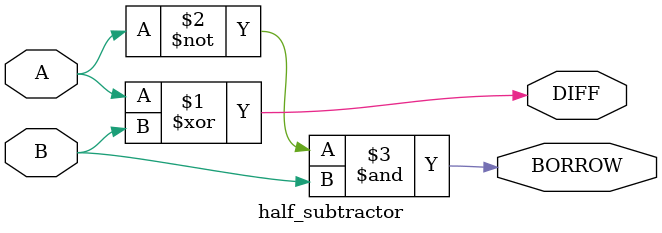
<source format=v>
module half_subtractor(
    input A, B,
    output DIFF, BORROW
);
    assign DIFF   = A ^ B;
    assign BORROW = (~A) & B;
endmodule

</source>
